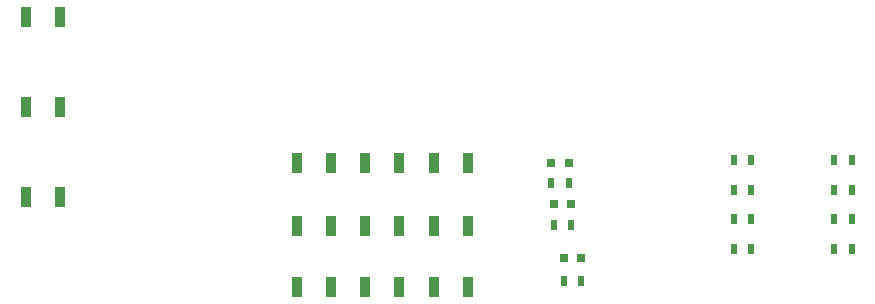
<source format=gbp>
G04 #@! TF.GenerationSoftware,KiCad,Pcbnew,(2018-02-15 revision 29b28de31)-makepkg*
G04 #@! TF.CreationDate,2019-05-03T22:38:47+03:00*
G04 #@! TF.ProjectId,din_power_atm90e26,64696E5F706F7765725F61746D393065,rev?*
G04 #@! TF.SameCoordinates,Original*
G04 #@! TF.FileFunction,Paste,Bot*
G04 #@! TF.FilePolarity,Positive*
%FSLAX46Y46*%
G04 Gerber Fmt 4.6, Leading zero omitted, Abs format (unit mm)*
G04 Created by KiCad (PCBNEW (2018-02-15 revision 29b28de31)-makepkg) date 05/03/19 22:38:47*
%MOMM*%
%LPD*%
G01*
G04 APERTURE LIST*
%ADD10R,0.500000X0.900000*%
%ADD11R,0.900000X1.700000*%
%ADD12R,0.800000X0.750000*%
G04 APERTURE END LIST*
D10*
X185950000Y-64825000D03*
X184450000Y-64825000D03*
X185950000Y-72325000D03*
X184450000Y-72325000D03*
X185950000Y-69825000D03*
X184450000Y-69825000D03*
X175950000Y-72325000D03*
X177450000Y-72325000D03*
X175950000Y-69825000D03*
X177450000Y-69825000D03*
X175950000Y-67325000D03*
X177450000Y-67325000D03*
X184450000Y-67325000D03*
X185950000Y-67325000D03*
X175950000Y-64825000D03*
X177450000Y-64825000D03*
D11*
X144750000Y-65100000D03*
X147650000Y-65100000D03*
X150550000Y-75550000D03*
X153450000Y-75550000D03*
X153450000Y-70450000D03*
X150550000Y-70450000D03*
X153450000Y-65100000D03*
X150550000Y-65100000D03*
X147650000Y-75550000D03*
X144750000Y-75550000D03*
X144750000Y-70450000D03*
X147650000Y-70450000D03*
X141850000Y-70450000D03*
X138950000Y-70450000D03*
X138950000Y-75550000D03*
X141850000Y-75550000D03*
X118950000Y-67950000D03*
X116050000Y-67950000D03*
X118950000Y-52700000D03*
X116050000Y-52700000D03*
X138950000Y-65100000D03*
X141850000Y-65100000D03*
X118950000Y-60300000D03*
X116050000Y-60300000D03*
D12*
X163050000Y-73150000D03*
X161550000Y-73150000D03*
X162000000Y-65050000D03*
X160500000Y-65050000D03*
X162200000Y-68550000D03*
X160700000Y-68550000D03*
D10*
X163050000Y-75050000D03*
X161550000Y-75050000D03*
X162000000Y-66800000D03*
X160500000Y-66800000D03*
X162200000Y-70300000D03*
X160700000Y-70300000D03*
M02*

</source>
